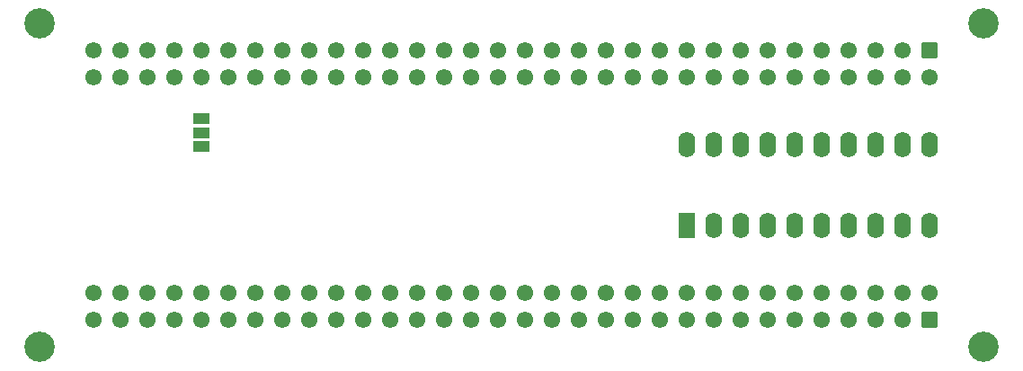
<source format=gbs>
%TF.GenerationSoftware,KiCad,Pcbnew,8.0.6+1*%
%TF.CreationDate,2024-12-06T18:57:37+01:00*%
%TF.ProjectId,qlexternal512kram_MIX,716c6578-7465-4726-9e61-6c3531326b72,3*%
%TF.SameCoordinates,Original*%
%TF.FileFunction,Soldermask,Bot*%
%TF.FilePolarity,Negative*%
%FSLAX46Y46*%
G04 Gerber Fmt 4.6, Leading zero omitted, Abs format (unit mm)*
G04 Created by KiCad (PCBNEW 8.0.6+1) date 2024-12-06 18:57:37*
%MOMM*%
%LPD*%
G01*
G04 APERTURE LIST*
G04 Aperture macros list*
%AMRoundRect*
0 Rectangle with rounded corners*
0 $1 Rounding radius*
0 $2 $3 $4 $5 $6 $7 $8 $9 X,Y pos of 4 corners*
0 Add a 4 corners polygon primitive as box body*
4,1,4,$2,$3,$4,$5,$6,$7,$8,$9,$2,$3,0*
0 Add four circle primitives for the rounded corners*
1,1,$1+$1,$2,$3*
1,1,$1+$1,$4,$5*
1,1,$1+$1,$6,$7*
1,1,$1+$1,$8,$9*
0 Add four rect primitives between the rounded corners*
20,1,$1+$1,$2,$3,$4,$5,0*
20,1,$1+$1,$4,$5,$6,$7,0*
20,1,$1+$1,$6,$7,$8,$9,0*
20,1,$1+$1,$8,$9,$2,$3,0*%
G04 Aperture macros list end*
%ADD10C,2.850000*%
%ADD11RoundRect,0.249999X0.525001X0.525001X-0.525001X0.525001X-0.525001X-0.525001X0.525001X-0.525001X0*%
%ADD12C,1.550000*%
%ADD13RoundRect,0.249999X-0.525001X-0.525001X0.525001X-0.525001X0.525001X0.525001X-0.525001X0.525001X0*%
%ADD14R,1.600000X2.400000*%
%ADD15O,1.600000X2.400000*%
%ADD16R,1.500000X1.000000*%
G04 APERTURE END LIST*
D10*
%TO.C,J1*%
X97250000Y-55245000D03*
X186150000Y-55245000D03*
D11*
X181070000Y-57785000D03*
D12*
X178530000Y-57785000D03*
X175990000Y-57785000D03*
X173450000Y-57785000D03*
X170910000Y-57785000D03*
X168370000Y-57785000D03*
X165830000Y-57785000D03*
X163290000Y-57785000D03*
X160750000Y-57785000D03*
X158210000Y-57785000D03*
X155670000Y-57785000D03*
X153130000Y-57785000D03*
X150590000Y-57785000D03*
X148050000Y-57785000D03*
X145510000Y-57785000D03*
X142970000Y-57785000D03*
X140430000Y-57785000D03*
X137890000Y-57785000D03*
X135350000Y-57785000D03*
X132810000Y-57785000D03*
X130270000Y-57785000D03*
X127730000Y-57785000D03*
X125190000Y-57785000D03*
X122650000Y-57785000D03*
X120110000Y-57785000D03*
X117570000Y-57785000D03*
X115030000Y-57785000D03*
X112490000Y-57785000D03*
X109950000Y-57785000D03*
X107410000Y-57785000D03*
X104870000Y-57785000D03*
X102330000Y-57785000D03*
X181070000Y-60325000D03*
X178530000Y-60325000D03*
X175990000Y-60325000D03*
X173450000Y-60325000D03*
X170910000Y-60325000D03*
X168370000Y-60325000D03*
X165830000Y-60325000D03*
X163290000Y-60325000D03*
X160750000Y-60325000D03*
X158210000Y-60325000D03*
X155670000Y-60325000D03*
X153130000Y-60325000D03*
X150590000Y-60325000D03*
X148050000Y-60325000D03*
X145510000Y-60325000D03*
X142970000Y-60325000D03*
X140430000Y-60325000D03*
X137890000Y-60325000D03*
X135350000Y-60325000D03*
X132810000Y-60325000D03*
X130270000Y-60325000D03*
X127730000Y-60325000D03*
X125190000Y-60325000D03*
X122650000Y-60325000D03*
X120110000Y-60325000D03*
X117570000Y-60325000D03*
X115030000Y-60325000D03*
X112490000Y-60325000D03*
X109950000Y-60325000D03*
X107410000Y-60325000D03*
X104870000Y-60325000D03*
X102330000Y-60325000D03*
%TD*%
D10*
%TO.C,J2*%
X186150000Y-85725000D03*
X97250000Y-85725000D03*
D13*
X181060000Y-83185000D03*
D12*
X178520000Y-83185000D03*
X175980000Y-83185000D03*
X173440000Y-83185000D03*
X170900000Y-83185000D03*
X168360000Y-83185000D03*
X165820000Y-83185000D03*
X163280000Y-83185000D03*
X160740000Y-83185000D03*
X158200000Y-83185000D03*
X155660000Y-83185000D03*
X153120000Y-83185000D03*
X150580000Y-83185000D03*
X148040000Y-83185000D03*
X145500000Y-83185000D03*
X142960000Y-83185000D03*
X140420000Y-83185000D03*
X137880000Y-83185000D03*
X135340000Y-83185000D03*
X132800000Y-83185000D03*
X130260000Y-83185000D03*
X127720000Y-83185000D03*
X125180000Y-83185000D03*
X122640000Y-83185000D03*
X120100000Y-83185000D03*
X117560000Y-83185000D03*
X115020000Y-83185000D03*
X112480000Y-83185000D03*
X109940000Y-83185000D03*
X107400000Y-83185000D03*
X104860000Y-83185000D03*
X102320000Y-83185000D03*
X181060000Y-80645000D03*
X178520000Y-80645000D03*
X175980000Y-80645000D03*
X173440000Y-80645000D03*
X170900000Y-80645000D03*
X168360000Y-80645000D03*
X165820000Y-80645000D03*
X163280000Y-80645000D03*
X160740000Y-80645000D03*
X158200000Y-80645000D03*
X155660000Y-80645000D03*
X153120000Y-80645000D03*
X150580000Y-80645000D03*
X148040000Y-80645000D03*
X145500000Y-80645000D03*
X142960000Y-80645000D03*
X140420000Y-80645000D03*
X137880000Y-80645000D03*
X135340000Y-80645000D03*
X132800000Y-80645000D03*
X130260000Y-80645000D03*
X127720000Y-80645000D03*
X125180000Y-80645000D03*
X122640000Y-80645000D03*
X120100000Y-80645000D03*
X117560000Y-80645000D03*
X115020000Y-80645000D03*
X112480000Y-80645000D03*
X109940000Y-80645000D03*
X107400000Y-80645000D03*
X104860000Y-80645000D03*
X102320000Y-80645000D03*
%TD*%
D14*
%TO.C,U2*%
X158215000Y-74310000D03*
D15*
X160755000Y-74310000D03*
X163295000Y-74310000D03*
X165835000Y-74310000D03*
X168375000Y-74310000D03*
X170915000Y-74310000D03*
X173455000Y-74310000D03*
X175995000Y-74310000D03*
X178535000Y-74310000D03*
X181075000Y-74310000D03*
X181075000Y-66690000D03*
X178535000Y-66690000D03*
X175995000Y-66690000D03*
X173455000Y-66690000D03*
X170915000Y-66690000D03*
X168375000Y-66690000D03*
X165835000Y-66690000D03*
X163295000Y-66690000D03*
X160755000Y-66690000D03*
X158215000Y-66690000D03*
%TD*%
D16*
%TO.C,JP3*%
X112530900Y-66806600D03*
X112530900Y-65506600D03*
X112530900Y-64206600D03*
%TD*%
M02*

</source>
